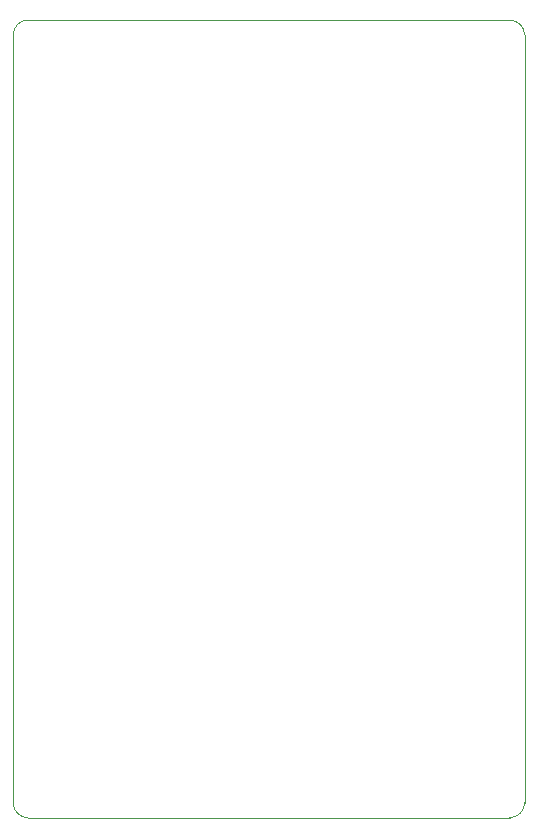
<source format=gbr>
%TF.GenerationSoftware,KiCad,Pcbnew,(5.1.9)-1*%
%TF.CreationDate,2021-06-13T18:55:59+01:00*%
%TF.ProjectId,Controller,436f6e74-726f-46c6-9c65-722e6b696361,rev?*%
%TF.SameCoordinates,Original*%
%TF.FileFunction,Profile,NP*%
%FSLAX46Y46*%
G04 Gerber Fmt 4.6, Leading zero omitted, Abs format (unit mm)*
G04 Created by KiCad (PCBNEW (5.1.9)-1) date 2021-06-13 18:55:59*
%MOMM*%
%LPD*%
G01*
G04 APERTURE LIST*
%TA.AperFunction,Profile*%
%ADD10C,0.050000*%
%TD*%
G04 APERTURE END LIST*
D10*
X144780000Y-146304000D02*
G75*
G02*
X143510000Y-145034000I0J1270000D01*
G01*
X185547000Y-78765400D02*
G75*
G02*
X186817000Y-80035400I0J-1270000D01*
G01*
X186817000Y-145034000D02*
G75*
G02*
X185547000Y-146304000I-1270000J0D01*
G01*
X185547000Y-78765400D02*
X144780000Y-78765400D01*
X143510000Y-80035400D02*
X143510000Y-145034000D01*
X186817000Y-145034000D02*
X186817000Y-80035400D01*
X144780000Y-146304000D02*
X185547000Y-146304000D01*
X143510000Y-80035400D02*
G75*
G02*
X144780000Y-78765400I1270000J0D01*
G01*
M02*

</source>
